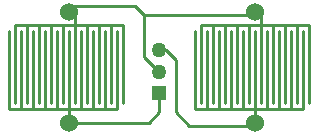
<source format=gtl>
%FSLAX25Y25*%
%MOIN*%
G70*
G01*
G75*
G04 Layer_Physical_Order=1*
G04 Layer_Color=255*
%ADD10C,0.06000*%
%ADD11C,0.01000*%
%ADD12C,0.05000*%
%ADD13R,0.05000X0.05000*%
D10*
X278000Y205500D02*
D03*
Y168500D02*
D03*
X216000D02*
D03*
Y205500D02*
D03*
D11*
X258000Y173000D02*
Y199000D01*
Y173000D02*
X262000D01*
X296000Y175000D02*
Y201000D01*
X292000D02*
X296000D01*
X294000Y173000D02*
Y199000D01*
X290000Y173000D02*
X294000D01*
X288000Y201000D02*
X292000D01*
X282000Y173000D02*
X290000D01*
X279000Y205500D02*
X280000Y204500D01*
Y201000D02*
Y204500D01*
X266000Y173000D02*
X271000D01*
X270000D02*
Y179500D01*
Y173000D02*
X278000D01*
X284000Y201000D02*
X288000D01*
X280000D02*
X281500D01*
X278000D02*
X284000D01*
X268000D02*
X273000D01*
X268000Y175000D02*
Y201000D01*
X272000D02*
X279500D01*
X278000Y168500D02*
Y172000D01*
X264000Y201000D02*
X268000D01*
X264000Y175000D02*
Y201000D01*
X278000Y173000D02*
X282000D01*
X266000D02*
Y199000D01*
X270000Y179500D02*
Y199000D01*
X272000Y175000D02*
Y201000D01*
X274000Y173000D02*
Y199000D01*
X276000Y175000D02*
Y200500D01*
X278000Y172000D02*
Y199000D01*
X280000Y175000D02*
Y200500D01*
X282000Y173000D02*
Y199000D01*
X284000Y175000D02*
Y201000D01*
X286000Y173000D02*
Y199000D01*
X288000Y175000D02*
Y201000D01*
X290000Y173000D02*
Y199000D01*
X292000Y175000D02*
Y201000D01*
X262000Y173000D02*
X266000D01*
X262000D02*
Y199000D01*
X260000Y175000D02*
Y201000D01*
X264000D01*
X198000D02*
X202000D01*
X198000Y175000D02*
Y201000D01*
X200000Y173000D02*
Y199000D01*
Y173000D02*
X204000D01*
X230000Y175000D02*
Y201000D01*
X228000Y173000D02*
Y199000D01*
X226000Y175000D02*
Y201000D01*
X224000Y173000D02*
Y199000D01*
X222000Y175000D02*
Y201000D01*
X220000Y173000D02*
Y199000D01*
X218000Y175000D02*
Y200500D01*
X216000Y172000D02*
Y199000D01*
X214000Y175000D02*
Y200500D01*
X212000Y173000D02*
Y199000D01*
X210000Y175000D02*
Y201000D01*
X208000Y179500D02*
Y199000D01*
X204000Y173000D02*
Y199000D01*
X216000Y173000D02*
X220000D01*
X202000Y175000D02*
Y201000D01*
X206000D01*
X216000Y168500D02*
Y172000D01*
X210000Y201000D02*
X217500D01*
X206000Y175000D02*
Y201000D01*
X211000D01*
X216000D02*
X222000D01*
X218000D02*
X219500D01*
X222000D02*
X226000D01*
X208000Y173000D02*
X216000D01*
X208000D02*
Y179500D01*
X204000Y173000D02*
X209000D01*
X218000Y201000D02*
Y204500D01*
X217000Y205500D02*
X218000Y204500D01*
X220000Y173000D02*
X228000D01*
X226000Y201000D02*
X230000D01*
X228000Y173000D02*
X232000D01*
Y199000D01*
X230000Y201000D02*
X234000D01*
Y175000D02*
Y201000D01*
X196000Y173000D02*
X200000D01*
X196000D02*
Y199000D01*
X216000Y168500D02*
X242500D01*
X246000Y172000D01*
Y178500D01*
X251500Y172000D02*
X256000Y167500D01*
X251500Y172000D02*
Y189500D01*
X248327Y192673D02*
X251500Y189500D01*
X246000Y192673D02*
X248327D01*
X241000Y204500D02*
X277000D01*
X241000Y190587D02*
Y204500D01*
X238000Y207500D02*
X241000Y204500D01*
X216000Y205500D02*
X218000Y207500D01*
X238000D01*
X241000Y190587D02*
X246000Y185587D01*
X277000Y204500D02*
X278000Y205500D01*
X277000Y167500D02*
X278000Y168500D01*
X256000Y167500D02*
X277000D01*
D12*
X246000Y192673D02*
D03*
Y185587D02*
D03*
D13*
Y178500D02*
D03*
M02*

</source>
